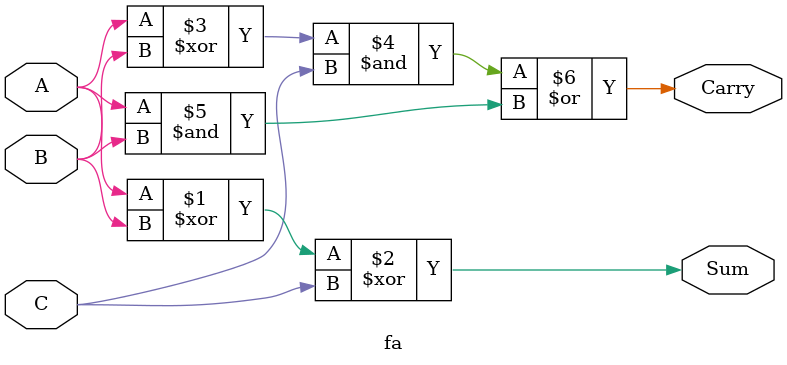
<source format=v>
`timescale 1ns / 1ps


module fa(
    input A,
    input B,
    input C,
    output Sum,
    output Carry
    );
    assign Sum = A^B^C;             // Logic of Sum for the adder
    assign Carry = ((A^B)&C)| (A&B);// Logic of Carry for the adder 
endmodule

</source>
